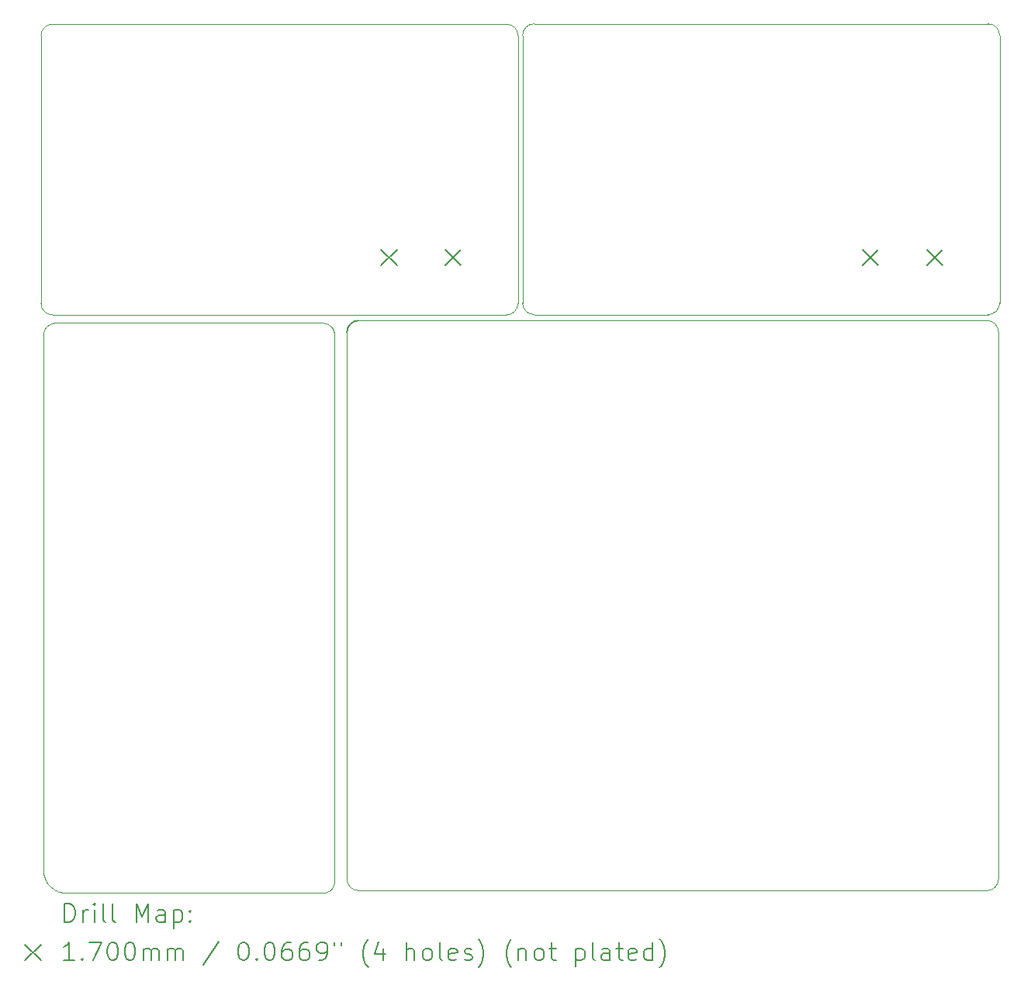
<source format=gbr>
%TF.GenerationSoftware,KiCad,Pcbnew,8.0.4*%
%TF.CreationDate,2025-05-03T00:51:25+05:30*%
%TF.ProjectId,TEST PNAL,54455354-2050-44e4-914c-2e6b69636164,rev?*%
%TF.SameCoordinates,Original*%
%TF.FileFunction,Drillmap*%
%TF.FilePolarity,Positive*%
%FSLAX45Y45*%
G04 Gerber Fmt 4.5, Leading zero omitted, Abs format (unit mm)*
G04 Created by KiCad (PCBNEW 8.0.4) date 2025-05-03 00:51:25*
%MOMM*%
%LPD*%
G01*
G04 APERTURE LIST*
%ADD10C,0.050000*%
%ADD11C,0.200000*%
%ADD12C,0.100000*%
%ADD13C,0.170000*%
G04 APERTURE END LIST*
D10*
X9271500Y-5587000D02*
G75*
G02*
X9398500Y-5460000I127000J0D01*
G01*
X14478500Y-8508000D02*
G75*
G02*
X14351500Y-8635000I-127000J0D01*
G01*
X14478500Y-8508000D02*
X14478500Y-5587000D01*
X9398500Y-8635000D02*
X14351500Y-8635000D01*
X9271500Y-5587000D02*
X9271500Y-8508000D01*
X9398500Y-5460000D02*
X14351500Y-5460000D01*
X9398500Y-8635000D02*
G75*
G02*
X9271500Y-8508000I0J127000D01*
G01*
X14351500Y-5460000D02*
G75*
G02*
X14478500Y-5587000I0J-127000D01*
G01*
X14466500Y-8827000D02*
X14466500Y-14796000D01*
X14339500Y-8700000D02*
G75*
G02*
X14466500Y-8827000I0J-127000D01*
G01*
X7354500Y-14796000D02*
X7354500Y-8827000D01*
X7481500Y-14923000D02*
G75*
G02*
X7354500Y-14796000I0J127000D01*
G01*
X14339500Y-14923000D02*
X7481500Y-14923000D01*
D11*
X7354500Y-8827000D02*
G75*
G02*
X7481500Y-8700000I127000J0D01*
G01*
D10*
X14466500Y-14796000D02*
G75*
G02*
X14339500Y-14923000I-127000J0D01*
G01*
X7481500Y-8700000D02*
X14339500Y-8700000D01*
X4015665Y-5590665D02*
G75*
G02*
X4142665Y-5463665I127000J0D01*
G01*
X4015665Y-5590665D02*
X4015665Y-8511665D01*
X4142665Y-8638665D02*
G75*
G02*
X4015665Y-8511665I0J127000D01*
G01*
X4142665Y-8638665D02*
X9095665Y-8638665D01*
X4142665Y-5463665D02*
X9095665Y-5463665D01*
X9095665Y-5463665D02*
G75*
G02*
X9222665Y-5590665I0J-127000D01*
G01*
X9222665Y-8511665D02*
X9222665Y-5590665D01*
X9222665Y-8511665D02*
G75*
G02*
X9095665Y-8638665I-127000J0D01*
G01*
D12*
X4057311Y-14783215D02*
X4053149Y-14771038D01*
X4161143Y-14910556D02*
X4150398Y-14903474D01*
X4049608Y-14758666D02*
X4046699Y-14746130D01*
X7208595Y-8808892D02*
X7210676Y-8814981D01*
X4051792Y-8802917D02*
X4054479Y-8797070D01*
X4106867Y-8741958D02*
X4112570Y-8738979D01*
X7115065Y-8728600D02*
X7121333Y-8730054D01*
X4087026Y-14840102D02*
X4079944Y-14829357D01*
X7095932Y-8726163D02*
X7102348Y-8726652D01*
X7127519Y-14943176D02*
X7121333Y-14944946D01*
X4090763Y-8752571D02*
X4095949Y-8748763D01*
X7156678Y-14929778D02*
X7151133Y-14933042D01*
X4073416Y-14818267D02*
X4067458Y-14806860D01*
X7206208Y-14872083D02*
X7203521Y-14877930D01*
X7212446Y-14853833D02*
X7210676Y-14860019D01*
X4130481Y-8731824D02*
X4136667Y-8730054D01*
X7215035Y-8833769D02*
X7215848Y-8840152D01*
X7133608Y-8733905D02*
X7139583Y-8736292D01*
X4044100Y-8827435D02*
X4045554Y-8821167D01*
X4053149Y-14771038D02*
X4049608Y-14758666D01*
X7216500Y-14822000D02*
X7216337Y-14828432D01*
X4072138Y-8770276D02*
X4076451Y-8765501D01*
X4124392Y-8733905D02*
X4130481Y-8731824D01*
X4081001Y-8760951D02*
X4085776Y-8756638D01*
X7212446Y-8821167D02*
X7213900Y-8827435D01*
X7210676Y-8814981D02*
X7212446Y-8821167D01*
X7121333Y-8730054D02*
X7127519Y-8731824D01*
X7206208Y-8802917D02*
X7208595Y-8808892D01*
X4130051Y-14887724D02*
X4120502Y-14879097D01*
X4244370Y-14943801D02*
X4231834Y-14940891D01*
X4282635Y-14948674D02*
X4269803Y-14947697D01*
X4068071Y-8775263D02*
X4072138Y-8770276D01*
X7185862Y-8770276D02*
X7189929Y-8775263D01*
X4207285Y-14933189D02*
X4195334Y-14928415D01*
X7089500Y-14949000D02*
X4295500Y-14949000D01*
X7200542Y-8791367D02*
X7203521Y-8797070D01*
X4112570Y-8738979D02*
X4118417Y-8736292D01*
X4067458Y-14806860D02*
X4062085Y-14795166D01*
X4231834Y-14940891D02*
X4219462Y-14937351D01*
X4079944Y-14829357D02*
X4073416Y-14818267D01*
X7139583Y-8736292D02*
X7145430Y-8738979D01*
X4102775Y-14860449D02*
X4094643Y-14850475D01*
X4111403Y-14869997D02*
X4102775Y-14860449D01*
X7108731Y-8727465D02*
X7115065Y-8728600D01*
X7089500Y-8726000D02*
X7095932Y-8726163D01*
X7181549Y-8765501D02*
X7185862Y-8770276D01*
X4149269Y-8727465D02*
X4155652Y-8726652D01*
X4101322Y-8745222D02*
X4106867Y-8741958D01*
X4042803Y-14720697D02*
X4041826Y-14707865D01*
X7145430Y-8738979D02*
X7151133Y-8741958D01*
X7197278Y-8785822D02*
X7200542Y-8791367D01*
X4219462Y-14937351D02*
X4207285Y-14933189D01*
X7115065Y-14946400D02*
X7108731Y-14947535D01*
X7145430Y-14936021D02*
X7139583Y-14938708D01*
X4269803Y-14947697D02*
X4257037Y-14946071D01*
X7151133Y-14933042D02*
X7145430Y-14936021D01*
X4257037Y-14946071D02*
X4244370Y-14943801D01*
X7215848Y-8840152D02*
X7216337Y-8846568D01*
X4041663Y-8846568D02*
X4042152Y-8840152D01*
X7193737Y-14894551D02*
X7189929Y-14899737D01*
X7213900Y-14847565D02*
X7212446Y-14853833D01*
X7176999Y-8760951D02*
X7181549Y-8765501D01*
X7172224Y-8756638D02*
X7176999Y-8760951D01*
X4172233Y-14917084D02*
X4161143Y-14910556D01*
X4142935Y-8728600D02*
X4149269Y-8727465D01*
X7102348Y-14948348D02*
X7095932Y-14948837D01*
X4041500Y-14695000D02*
X4041500Y-8853000D01*
X4168500Y-8726000D02*
X7089500Y-8726000D01*
X7102348Y-8726652D02*
X7108731Y-8727465D01*
X7176999Y-14914049D02*
X7172224Y-14918362D01*
X4150398Y-14903474D02*
X4140025Y-14895857D01*
X7189929Y-8775263D02*
X7193737Y-8780449D01*
X4057458Y-8791367D02*
X4060722Y-8785822D01*
X7133608Y-14941094D02*
X7127519Y-14943176D01*
X4118417Y-8736292D02*
X4124392Y-8733905D01*
X7215035Y-14841231D02*
X7213900Y-14847565D01*
X7210676Y-14860019D02*
X7208595Y-14866108D01*
X4041500Y-8853000D02*
X4041663Y-8846568D01*
X7208595Y-14866108D02*
X7206208Y-14872083D01*
X7139583Y-14938708D02*
X7133608Y-14941094D01*
X7172224Y-14918362D02*
X7167237Y-14922428D01*
X4295500Y-14949000D02*
X4282635Y-14948674D01*
X4183640Y-14923042D02*
X4172233Y-14917084D01*
X4085776Y-8756638D02*
X4090763Y-8752571D01*
X7215848Y-14834848D02*
X7215035Y-14841231D01*
X7213900Y-8827435D02*
X7215035Y-8833769D01*
X7193737Y-8780449D02*
X7197278Y-8785822D01*
X7203521Y-8797070D02*
X7206208Y-8802917D01*
X7162051Y-14926237D02*
X7156678Y-14929778D01*
X4041826Y-14707865D02*
X4041500Y-14695000D01*
X4044429Y-14733463D02*
X4042803Y-14720697D01*
X4094643Y-14850475D02*
X4087026Y-14840102D01*
X7216337Y-8846568D02*
X7216500Y-8853000D01*
X7216500Y-8853000D02*
X7216500Y-14822000D01*
X7167237Y-14922428D02*
X7162051Y-14926237D01*
X7197278Y-14889178D02*
X7193737Y-14894551D01*
X4076451Y-8765501D02*
X4081001Y-8760951D01*
X4155652Y-8726652D02*
X4162068Y-8726163D01*
X4045554Y-8821167D02*
X4047324Y-8814981D01*
X7203521Y-14877930D02*
X7200542Y-14883633D01*
X7185862Y-14904724D02*
X7181549Y-14909499D01*
X4095949Y-8748763D02*
X4101322Y-8745222D01*
X7108731Y-14947535D02*
X7102348Y-14948348D01*
X4042152Y-8840152D02*
X4042965Y-8833769D01*
X7216337Y-14828432D02*
X7215848Y-14834848D01*
X7200542Y-14883633D02*
X7197278Y-14889178D01*
X4046699Y-14746130D02*
X4044429Y-14733463D01*
X7189929Y-14899737D02*
X7185862Y-14904724D01*
X4140025Y-14895857D02*
X4130051Y-14887724D01*
X7121333Y-14944946D02*
X7115065Y-14946400D01*
X7167237Y-8752571D02*
X7172224Y-8756638D01*
X4195334Y-14928415D02*
X4183640Y-14923042D01*
X4064263Y-8780449D02*
X4068071Y-8775263D01*
X4042965Y-8833769D02*
X4044100Y-8827435D01*
X4162068Y-8726163D02*
X4168500Y-8726000D01*
X7151133Y-8741958D02*
X7156678Y-8745222D01*
X4062085Y-14795166D02*
X4057311Y-14783215D01*
X7127519Y-8731824D02*
X7133608Y-8733905D01*
X7095932Y-14948837D02*
X7089500Y-14949000D01*
X4054479Y-8797070D02*
X4057458Y-8791367D01*
X7181549Y-14909499D02*
X7176999Y-14914049D01*
X7156678Y-8745222D02*
X7162051Y-8748763D01*
X4136667Y-8730054D02*
X4142935Y-8728600D01*
X4047324Y-8814981D02*
X4049405Y-8808892D01*
X4060722Y-8785822D02*
X4064263Y-8780449D01*
X4120502Y-14879097D02*
X4111403Y-14869997D01*
X7162051Y-8748763D02*
X7167237Y-8752571D01*
X4049405Y-8808892D02*
X4051792Y-8802917D01*
D11*
D13*
X7729165Y-7929165D02*
X7899165Y-8099165D01*
X7899165Y-7929165D02*
X7729165Y-8099165D01*
X8429165Y-7929165D02*
X8599165Y-8099165D01*
X8599165Y-7929165D02*
X8429165Y-8099165D01*
X12985000Y-7925500D02*
X13155000Y-8095500D01*
X13155000Y-7925500D02*
X12985000Y-8095500D01*
X13685000Y-7925500D02*
X13855000Y-8095500D01*
X13855000Y-7925500D02*
X13685000Y-8095500D01*
D11*
X4273942Y-15265484D02*
X4273942Y-15065484D01*
X4273942Y-15065484D02*
X4321561Y-15065484D01*
X4321561Y-15065484D02*
X4350132Y-15075008D01*
X4350132Y-15075008D02*
X4369180Y-15094055D01*
X4369180Y-15094055D02*
X4378704Y-15113103D01*
X4378704Y-15113103D02*
X4388228Y-15151198D01*
X4388228Y-15151198D02*
X4388228Y-15179769D01*
X4388228Y-15179769D02*
X4378704Y-15217865D01*
X4378704Y-15217865D02*
X4369180Y-15236912D01*
X4369180Y-15236912D02*
X4350132Y-15255960D01*
X4350132Y-15255960D02*
X4321561Y-15265484D01*
X4321561Y-15265484D02*
X4273942Y-15265484D01*
X4473942Y-15265484D02*
X4473942Y-15132150D01*
X4473942Y-15170246D02*
X4483466Y-15151198D01*
X4483466Y-15151198D02*
X4492989Y-15141674D01*
X4492989Y-15141674D02*
X4512037Y-15132150D01*
X4512037Y-15132150D02*
X4531085Y-15132150D01*
X4597751Y-15265484D02*
X4597751Y-15132150D01*
X4597751Y-15065484D02*
X4588228Y-15075008D01*
X4588228Y-15075008D02*
X4597751Y-15084531D01*
X4597751Y-15084531D02*
X4607275Y-15075008D01*
X4607275Y-15075008D02*
X4597751Y-15065484D01*
X4597751Y-15065484D02*
X4597751Y-15084531D01*
X4721561Y-15265484D02*
X4702513Y-15255960D01*
X4702513Y-15255960D02*
X4692989Y-15236912D01*
X4692989Y-15236912D02*
X4692989Y-15065484D01*
X4826323Y-15265484D02*
X4807275Y-15255960D01*
X4807275Y-15255960D02*
X4797751Y-15236912D01*
X4797751Y-15236912D02*
X4797751Y-15065484D01*
X5054894Y-15265484D02*
X5054894Y-15065484D01*
X5054894Y-15065484D02*
X5121561Y-15208341D01*
X5121561Y-15208341D02*
X5188228Y-15065484D01*
X5188228Y-15065484D02*
X5188228Y-15265484D01*
X5369180Y-15265484D02*
X5369180Y-15160722D01*
X5369180Y-15160722D02*
X5359656Y-15141674D01*
X5359656Y-15141674D02*
X5340609Y-15132150D01*
X5340609Y-15132150D02*
X5302513Y-15132150D01*
X5302513Y-15132150D02*
X5283466Y-15141674D01*
X5369180Y-15255960D02*
X5350132Y-15265484D01*
X5350132Y-15265484D02*
X5302513Y-15265484D01*
X5302513Y-15265484D02*
X5283466Y-15255960D01*
X5283466Y-15255960D02*
X5273942Y-15236912D01*
X5273942Y-15236912D02*
X5273942Y-15217865D01*
X5273942Y-15217865D02*
X5283466Y-15198817D01*
X5283466Y-15198817D02*
X5302513Y-15189293D01*
X5302513Y-15189293D02*
X5350132Y-15189293D01*
X5350132Y-15189293D02*
X5369180Y-15179769D01*
X5464418Y-15132150D02*
X5464418Y-15332150D01*
X5464418Y-15141674D02*
X5483466Y-15132150D01*
X5483466Y-15132150D02*
X5521561Y-15132150D01*
X5521561Y-15132150D02*
X5540609Y-15141674D01*
X5540609Y-15141674D02*
X5550132Y-15151198D01*
X5550132Y-15151198D02*
X5559656Y-15170246D01*
X5559656Y-15170246D02*
X5559656Y-15227388D01*
X5559656Y-15227388D02*
X5550132Y-15246436D01*
X5550132Y-15246436D02*
X5540609Y-15255960D01*
X5540609Y-15255960D02*
X5521561Y-15265484D01*
X5521561Y-15265484D02*
X5483466Y-15265484D01*
X5483466Y-15265484D02*
X5464418Y-15255960D01*
X5645370Y-15246436D02*
X5654894Y-15255960D01*
X5654894Y-15255960D02*
X5645370Y-15265484D01*
X5645370Y-15265484D02*
X5635847Y-15255960D01*
X5635847Y-15255960D02*
X5645370Y-15246436D01*
X5645370Y-15246436D02*
X5645370Y-15265484D01*
X5645370Y-15141674D02*
X5654894Y-15151198D01*
X5654894Y-15151198D02*
X5645370Y-15160722D01*
X5645370Y-15160722D02*
X5635847Y-15151198D01*
X5635847Y-15151198D02*
X5645370Y-15141674D01*
X5645370Y-15141674D02*
X5645370Y-15160722D01*
D13*
X3843165Y-15509000D02*
X4013165Y-15679000D01*
X4013165Y-15509000D02*
X3843165Y-15679000D01*
D11*
X4378704Y-15685484D02*
X4264418Y-15685484D01*
X4321561Y-15685484D02*
X4321561Y-15485484D01*
X4321561Y-15485484D02*
X4302513Y-15514055D01*
X4302513Y-15514055D02*
X4283466Y-15533103D01*
X4283466Y-15533103D02*
X4264418Y-15542627D01*
X4464418Y-15666436D02*
X4473942Y-15675960D01*
X4473942Y-15675960D02*
X4464418Y-15685484D01*
X4464418Y-15685484D02*
X4454894Y-15675960D01*
X4454894Y-15675960D02*
X4464418Y-15666436D01*
X4464418Y-15666436D02*
X4464418Y-15685484D01*
X4540609Y-15485484D02*
X4673942Y-15485484D01*
X4673942Y-15485484D02*
X4588228Y-15685484D01*
X4788228Y-15485484D02*
X4807275Y-15485484D01*
X4807275Y-15485484D02*
X4826323Y-15495008D01*
X4826323Y-15495008D02*
X4835847Y-15504531D01*
X4835847Y-15504531D02*
X4845370Y-15523579D01*
X4845370Y-15523579D02*
X4854894Y-15561674D01*
X4854894Y-15561674D02*
X4854894Y-15609293D01*
X4854894Y-15609293D02*
X4845370Y-15647388D01*
X4845370Y-15647388D02*
X4835847Y-15666436D01*
X4835847Y-15666436D02*
X4826323Y-15675960D01*
X4826323Y-15675960D02*
X4807275Y-15685484D01*
X4807275Y-15685484D02*
X4788228Y-15685484D01*
X4788228Y-15685484D02*
X4769180Y-15675960D01*
X4769180Y-15675960D02*
X4759656Y-15666436D01*
X4759656Y-15666436D02*
X4750132Y-15647388D01*
X4750132Y-15647388D02*
X4740609Y-15609293D01*
X4740609Y-15609293D02*
X4740609Y-15561674D01*
X4740609Y-15561674D02*
X4750132Y-15523579D01*
X4750132Y-15523579D02*
X4759656Y-15504531D01*
X4759656Y-15504531D02*
X4769180Y-15495008D01*
X4769180Y-15495008D02*
X4788228Y-15485484D01*
X4978704Y-15485484D02*
X4997751Y-15485484D01*
X4997751Y-15485484D02*
X5016799Y-15495008D01*
X5016799Y-15495008D02*
X5026323Y-15504531D01*
X5026323Y-15504531D02*
X5035847Y-15523579D01*
X5035847Y-15523579D02*
X5045370Y-15561674D01*
X5045370Y-15561674D02*
X5045370Y-15609293D01*
X5045370Y-15609293D02*
X5035847Y-15647388D01*
X5035847Y-15647388D02*
X5026323Y-15666436D01*
X5026323Y-15666436D02*
X5016799Y-15675960D01*
X5016799Y-15675960D02*
X4997751Y-15685484D01*
X4997751Y-15685484D02*
X4978704Y-15685484D01*
X4978704Y-15685484D02*
X4959656Y-15675960D01*
X4959656Y-15675960D02*
X4950132Y-15666436D01*
X4950132Y-15666436D02*
X4940609Y-15647388D01*
X4940609Y-15647388D02*
X4931085Y-15609293D01*
X4931085Y-15609293D02*
X4931085Y-15561674D01*
X4931085Y-15561674D02*
X4940609Y-15523579D01*
X4940609Y-15523579D02*
X4950132Y-15504531D01*
X4950132Y-15504531D02*
X4959656Y-15495008D01*
X4959656Y-15495008D02*
X4978704Y-15485484D01*
X5131085Y-15685484D02*
X5131085Y-15552150D01*
X5131085Y-15571198D02*
X5140609Y-15561674D01*
X5140609Y-15561674D02*
X5159656Y-15552150D01*
X5159656Y-15552150D02*
X5188228Y-15552150D01*
X5188228Y-15552150D02*
X5207275Y-15561674D01*
X5207275Y-15561674D02*
X5216799Y-15580722D01*
X5216799Y-15580722D02*
X5216799Y-15685484D01*
X5216799Y-15580722D02*
X5226323Y-15561674D01*
X5226323Y-15561674D02*
X5245370Y-15552150D01*
X5245370Y-15552150D02*
X5273942Y-15552150D01*
X5273942Y-15552150D02*
X5292990Y-15561674D01*
X5292990Y-15561674D02*
X5302513Y-15580722D01*
X5302513Y-15580722D02*
X5302513Y-15685484D01*
X5397751Y-15685484D02*
X5397751Y-15552150D01*
X5397751Y-15571198D02*
X5407275Y-15561674D01*
X5407275Y-15561674D02*
X5426323Y-15552150D01*
X5426323Y-15552150D02*
X5454894Y-15552150D01*
X5454894Y-15552150D02*
X5473942Y-15561674D01*
X5473942Y-15561674D02*
X5483466Y-15580722D01*
X5483466Y-15580722D02*
X5483466Y-15685484D01*
X5483466Y-15580722D02*
X5492990Y-15561674D01*
X5492990Y-15561674D02*
X5512037Y-15552150D01*
X5512037Y-15552150D02*
X5540609Y-15552150D01*
X5540609Y-15552150D02*
X5559656Y-15561674D01*
X5559656Y-15561674D02*
X5569180Y-15580722D01*
X5569180Y-15580722D02*
X5569180Y-15685484D01*
X5959656Y-15475960D02*
X5788228Y-15733103D01*
X6216799Y-15485484D02*
X6235847Y-15485484D01*
X6235847Y-15485484D02*
X6254894Y-15495008D01*
X6254894Y-15495008D02*
X6264418Y-15504531D01*
X6264418Y-15504531D02*
X6273942Y-15523579D01*
X6273942Y-15523579D02*
X6283466Y-15561674D01*
X6283466Y-15561674D02*
X6283466Y-15609293D01*
X6283466Y-15609293D02*
X6273942Y-15647388D01*
X6273942Y-15647388D02*
X6264418Y-15666436D01*
X6264418Y-15666436D02*
X6254894Y-15675960D01*
X6254894Y-15675960D02*
X6235847Y-15685484D01*
X6235847Y-15685484D02*
X6216799Y-15685484D01*
X6216799Y-15685484D02*
X6197751Y-15675960D01*
X6197751Y-15675960D02*
X6188228Y-15666436D01*
X6188228Y-15666436D02*
X6178704Y-15647388D01*
X6178704Y-15647388D02*
X6169180Y-15609293D01*
X6169180Y-15609293D02*
X6169180Y-15561674D01*
X6169180Y-15561674D02*
X6178704Y-15523579D01*
X6178704Y-15523579D02*
X6188228Y-15504531D01*
X6188228Y-15504531D02*
X6197751Y-15495008D01*
X6197751Y-15495008D02*
X6216799Y-15485484D01*
X6369180Y-15666436D02*
X6378704Y-15675960D01*
X6378704Y-15675960D02*
X6369180Y-15685484D01*
X6369180Y-15685484D02*
X6359656Y-15675960D01*
X6359656Y-15675960D02*
X6369180Y-15666436D01*
X6369180Y-15666436D02*
X6369180Y-15685484D01*
X6502513Y-15485484D02*
X6521561Y-15485484D01*
X6521561Y-15485484D02*
X6540609Y-15495008D01*
X6540609Y-15495008D02*
X6550132Y-15504531D01*
X6550132Y-15504531D02*
X6559656Y-15523579D01*
X6559656Y-15523579D02*
X6569180Y-15561674D01*
X6569180Y-15561674D02*
X6569180Y-15609293D01*
X6569180Y-15609293D02*
X6559656Y-15647388D01*
X6559656Y-15647388D02*
X6550132Y-15666436D01*
X6550132Y-15666436D02*
X6540609Y-15675960D01*
X6540609Y-15675960D02*
X6521561Y-15685484D01*
X6521561Y-15685484D02*
X6502513Y-15685484D01*
X6502513Y-15685484D02*
X6483466Y-15675960D01*
X6483466Y-15675960D02*
X6473942Y-15666436D01*
X6473942Y-15666436D02*
X6464418Y-15647388D01*
X6464418Y-15647388D02*
X6454894Y-15609293D01*
X6454894Y-15609293D02*
X6454894Y-15561674D01*
X6454894Y-15561674D02*
X6464418Y-15523579D01*
X6464418Y-15523579D02*
X6473942Y-15504531D01*
X6473942Y-15504531D02*
X6483466Y-15495008D01*
X6483466Y-15495008D02*
X6502513Y-15485484D01*
X6740609Y-15485484D02*
X6702513Y-15485484D01*
X6702513Y-15485484D02*
X6683466Y-15495008D01*
X6683466Y-15495008D02*
X6673942Y-15504531D01*
X6673942Y-15504531D02*
X6654894Y-15533103D01*
X6654894Y-15533103D02*
X6645371Y-15571198D01*
X6645371Y-15571198D02*
X6645371Y-15647388D01*
X6645371Y-15647388D02*
X6654894Y-15666436D01*
X6654894Y-15666436D02*
X6664418Y-15675960D01*
X6664418Y-15675960D02*
X6683466Y-15685484D01*
X6683466Y-15685484D02*
X6721561Y-15685484D01*
X6721561Y-15685484D02*
X6740609Y-15675960D01*
X6740609Y-15675960D02*
X6750132Y-15666436D01*
X6750132Y-15666436D02*
X6759656Y-15647388D01*
X6759656Y-15647388D02*
X6759656Y-15599769D01*
X6759656Y-15599769D02*
X6750132Y-15580722D01*
X6750132Y-15580722D02*
X6740609Y-15571198D01*
X6740609Y-15571198D02*
X6721561Y-15561674D01*
X6721561Y-15561674D02*
X6683466Y-15561674D01*
X6683466Y-15561674D02*
X6664418Y-15571198D01*
X6664418Y-15571198D02*
X6654894Y-15580722D01*
X6654894Y-15580722D02*
X6645371Y-15599769D01*
X6931085Y-15485484D02*
X6892990Y-15485484D01*
X6892990Y-15485484D02*
X6873942Y-15495008D01*
X6873942Y-15495008D02*
X6864418Y-15504531D01*
X6864418Y-15504531D02*
X6845371Y-15533103D01*
X6845371Y-15533103D02*
X6835847Y-15571198D01*
X6835847Y-15571198D02*
X6835847Y-15647388D01*
X6835847Y-15647388D02*
X6845371Y-15666436D01*
X6845371Y-15666436D02*
X6854894Y-15675960D01*
X6854894Y-15675960D02*
X6873942Y-15685484D01*
X6873942Y-15685484D02*
X6912037Y-15685484D01*
X6912037Y-15685484D02*
X6931085Y-15675960D01*
X6931085Y-15675960D02*
X6940609Y-15666436D01*
X6940609Y-15666436D02*
X6950132Y-15647388D01*
X6950132Y-15647388D02*
X6950132Y-15599769D01*
X6950132Y-15599769D02*
X6940609Y-15580722D01*
X6940609Y-15580722D02*
X6931085Y-15571198D01*
X6931085Y-15571198D02*
X6912037Y-15561674D01*
X6912037Y-15561674D02*
X6873942Y-15561674D01*
X6873942Y-15561674D02*
X6854894Y-15571198D01*
X6854894Y-15571198D02*
X6845371Y-15580722D01*
X6845371Y-15580722D02*
X6835847Y-15599769D01*
X7045371Y-15685484D02*
X7083466Y-15685484D01*
X7083466Y-15685484D02*
X7102513Y-15675960D01*
X7102513Y-15675960D02*
X7112037Y-15666436D01*
X7112037Y-15666436D02*
X7131085Y-15637865D01*
X7131085Y-15637865D02*
X7140609Y-15599769D01*
X7140609Y-15599769D02*
X7140609Y-15523579D01*
X7140609Y-15523579D02*
X7131085Y-15504531D01*
X7131085Y-15504531D02*
X7121561Y-15495008D01*
X7121561Y-15495008D02*
X7102513Y-15485484D01*
X7102513Y-15485484D02*
X7064418Y-15485484D01*
X7064418Y-15485484D02*
X7045371Y-15495008D01*
X7045371Y-15495008D02*
X7035847Y-15504531D01*
X7035847Y-15504531D02*
X7026323Y-15523579D01*
X7026323Y-15523579D02*
X7026323Y-15571198D01*
X7026323Y-15571198D02*
X7035847Y-15590246D01*
X7035847Y-15590246D02*
X7045371Y-15599769D01*
X7045371Y-15599769D02*
X7064418Y-15609293D01*
X7064418Y-15609293D02*
X7102513Y-15609293D01*
X7102513Y-15609293D02*
X7121561Y-15599769D01*
X7121561Y-15599769D02*
X7131085Y-15590246D01*
X7131085Y-15590246D02*
X7140609Y-15571198D01*
X7216799Y-15485484D02*
X7216799Y-15523579D01*
X7292990Y-15485484D02*
X7292990Y-15523579D01*
X7588228Y-15761674D02*
X7578704Y-15752150D01*
X7578704Y-15752150D02*
X7559656Y-15723579D01*
X7559656Y-15723579D02*
X7550133Y-15704531D01*
X7550133Y-15704531D02*
X7540609Y-15675960D01*
X7540609Y-15675960D02*
X7531085Y-15628341D01*
X7531085Y-15628341D02*
X7531085Y-15590246D01*
X7531085Y-15590246D02*
X7540609Y-15542627D01*
X7540609Y-15542627D02*
X7550133Y-15514055D01*
X7550133Y-15514055D02*
X7559656Y-15495008D01*
X7559656Y-15495008D02*
X7578704Y-15466436D01*
X7578704Y-15466436D02*
X7588228Y-15456912D01*
X7750133Y-15552150D02*
X7750133Y-15685484D01*
X7702513Y-15475960D02*
X7654894Y-15618817D01*
X7654894Y-15618817D02*
X7778704Y-15618817D01*
X8007275Y-15685484D02*
X8007275Y-15485484D01*
X8092990Y-15685484D02*
X8092990Y-15580722D01*
X8092990Y-15580722D02*
X8083466Y-15561674D01*
X8083466Y-15561674D02*
X8064418Y-15552150D01*
X8064418Y-15552150D02*
X8035847Y-15552150D01*
X8035847Y-15552150D02*
X8016799Y-15561674D01*
X8016799Y-15561674D02*
X8007275Y-15571198D01*
X8216799Y-15685484D02*
X8197752Y-15675960D01*
X8197752Y-15675960D02*
X8188228Y-15666436D01*
X8188228Y-15666436D02*
X8178704Y-15647388D01*
X8178704Y-15647388D02*
X8178704Y-15590246D01*
X8178704Y-15590246D02*
X8188228Y-15571198D01*
X8188228Y-15571198D02*
X8197752Y-15561674D01*
X8197752Y-15561674D02*
X8216799Y-15552150D01*
X8216799Y-15552150D02*
X8245371Y-15552150D01*
X8245371Y-15552150D02*
X8264418Y-15561674D01*
X8264418Y-15561674D02*
X8273942Y-15571198D01*
X8273942Y-15571198D02*
X8283466Y-15590246D01*
X8283466Y-15590246D02*
X8283466Y-15647388D01*
X8283466Y-15647388D02*
X8273942Y-15666436D01*
X8273942Y-15666436D02*
X8264418Y-15675960D01*
X8264418Y-15675960D02*
X8245371Y-15685484D01*
X8245371Y-15685484D02*
X8216799Y-15685484D01*
X8397752Y-15685484D02*
X8378704Y-15675960D01*
X8378704Y-15675960D02*
X8369180Y-15656912D01*
X8369180Y-15656912D02*
X8369180Y-15485484D01*
X8550133Y-15675960D02*
X8531085Y-15685484D01*
X8531085Y-15685484D02*
X8492990Y-15685484D01*
X8492990Y-15685484D02*
X8473942Y-15675960D01*
X8473942Y-15675960D02*
X8464418Y-15656912D01*
X8464418Y-15656912D02*
X8464418Y-15580722D01*
X8464418Y-15580722D02*
X8473942Y-15561674D01*
X8473942Y-15561674D02*
X8492990Y-15552150D01*
X8492990Y-15552150D02*
X8531085Y-15552150D01*
X8531085Y-15552150D02*
X8550133Y-15561674D01*
X8550133Y-15561674D02*
X8559657Y-15580722D01*
X8559657Y-15580722D02*
X8559657Y-15599769D01*
X8559657Y-15599769D02*
X8464418Y-15618817D01*
X8635847Y-15675960D02*
X8654895Y-15685484D01*
X8654895Y-15685484D02*
X8692990Y-15685484D01*
X8692990Y-15685484D02*
X8712038Y-15675960D01*
X8712038Y-15675960D02*
X8721561Y-15656912D01*
X8721561Y-15656912D02*
X8721561Y-15647388D01*
X8721561Y-15647388D02*
X8712038Y-15628341D01*
X8712038Y-15628341D02*
X8692990Y-15618817D01*
X8692990Y-15618817D02*
X8664418Y-15618817D01*
X8664418Y-15618817D02*
X8645371Y-15609293D01*
X8645371Y-15609293D02*
X8635847Y-15590246D01*
X8635847Y-15590246D02*
X8635847Y-15580722D01*
X8635847Y-15580722D02*
X8645371Y-15561674D01*
X8645371Y-15561674D02*
X8664418Y-15552150D01*
X8664418Y-15552150D02*
X8692990Y-15552150D01*
X8692990Y-15552150D02*
X8712038Y-15561674D01*
X8788228Y-15761674D02*
X8797752Y-15752150D01*
X8797752Y-15752150D02*
X8816799Y-15723579D01*
X8816799Y-15723579D02*
X8826323Y-15704531D01*
X8826323Y-15704531D02*
X8835847Y-15675960D01*
X8835847Y-15675960D02*
X8845371Y-15628341D01*
X8845371Y-15628341D02*
X8845371Y-15590246D01*
X8845371Y-15590246D02*
X8835847Y-15542627D01*
X8835847Y-15542627D02*
X8826323Y-15514055D01*
X8826323Y-15514055D02*
X8816799Y-15495008D01*
X8816799Y-15495008D02*
X8797752Y-15466436D01*
X8797752Y-15466436D02*
X8788228Y-15456912D01*
X9150133Y-15761674D02*
X9140609Y-15752150D01*
X9140609Y-15752150D02*
X9121561Y-15723579D01*
X9121561Y-15723579D02*
X9112038Y-15704531D01*
X9112038Y-15704531D02*
X9102514Y-15675960D01*
X9102514Y-15675960D02*
X9092990Y-15628341D01*
X9092990Y-15628341D02*
X9092990Y-15590246D01*
X9092990Y-15590246D02*
X9102514Y-15542627D01*
X9102514Y-15542627D02*
X9112038Y-15514055D01*
X9112038Y-15514055D02*
X9121561Y-15495008D01*
X9121561Y-15495008D02*
X9140609Y-15466436D01*
X9140609Y-15466436D02*
X9150133Y-15456912D01*
X9226323Y-15552150D02*
X9226323Y-15685484D01*
X9226323Y-15571198D02*
X9235847Y-15561674D01*
X9235847Y-15561674D02*
X9254895Y-15552150D01*
X9254895Y-15552150D02*
X9283466Y-15552150D01*
X9283466Y-15552150D02*
X9302514Y-15561674D01*
X9302514Y-15561674D02*
X9312038Y-15580722D01*
X9312038Y-15580722D02*
X9312038Y-15685484D01*
X9435847Y-15685484D02*
X9416799Y-15675960D01*
X9416799Y-15675960D02*
X9407276Y-15666436D01*
X9407276Y-15666436D02*
X9397752Y-15647388D01*
X9397752Y-15647388D02*
X9397752Y-15590246D01*
X9397752Y-15590246D02*
X9407276Y-15571198D01*
X9407276Y-15571198D02*
X9416799Y-15561674D01*
X9416799Y-15561674D02*
X9435847Y-15552150D01*
X9435847Y-15552150D02*
X9464419Y-15552150D01*
X9464419Y-15552150D02*
X9483466Y-15561674D01*
X9483466Y-15561674D02*
X9492990Y-15571198D01*
X9492990Y-15571198D02*
X9502514Y-15590246D01*
X9502514Y-15590246D02*
X9502514Y-15647388D01*
X9502514Y-15647388D02*
X9492990Y-15666436D01*
X9492990Y-15666436D02*
X9483466Y-15675960D01*
X9483466Y-15675960D02*
X9464419Y-15685484D01*
X9464419Y-15685484D02*
X9435847Y-15685484D01*
X9559657Y-15552150D02*
X9635847Y-15552150D01*
X9588228Y-15485484D02*
X9588228Y-15656912D01*
X9588228Y-15656912D02*
X9597752Y-15675960D01*
X9597752Y-15675960D02*
X9616799Y-15685484D01*
X9616799Y-15685484D02*
X9635847Y-15685484D01*
X9854895Y-15552150D02*
X9854895Y-15752150D01*
X9854895Y-15561674D02*
X9873942Y-15552150D01*
X9873942Y-15552150D02*
X9912038Y-15552150D01*
X9912038Y-15552150D02*
X9931085Y-15561674D01*
X9931085Y-15561674D02*
X9940609Y-15571198D01*
X9940609Y-15571198D02*
X9950133Y-15590246D01*
X9950133Y-15590246D02*
X9950133Y-15647388D01*
X9950133Y-15647388D02*
X9940609Y-15666436D01*
X9940609Y-15666436D02*
X9931085Y-15675960D01*
X9931085Y-15675960D02*
X9912038Y-15685484D01*
X9912038Y-15685484D02*
X9873942Y-15685484D01*
X9873942Y-15685484D02*
X9854895Y-15675960D01*
X10064419Y-15685484D02*
X10045371Y-15675960D01*
X10045371Y-15675960D02*
X10035847Y-15656912D01*
X10035847Y-15656912D02*
X10035847Y-15485484D01*
X10226323Y-15685484D02*
X10226323Y-15580722D01*
X10226323Y-15580722D02*
X10216800Y-15561674D01*
X10216800Y-15561674D02*
X10197752Y-15552150D01*
X10197752Y-15552150D02*
X10159657Y-15552150D01*
X10159657Y-15552150D02*
X10140609Y-15561674D01*
X10226323Y-15675960D02*
X10207276Y-15685484D01*
X10207276Y-15685484D02*
X10159657Y-15685484D01*
X10159657Y-15685484D02*
X10140609Y-15675960D01*
X10140609Y-15675960D02*
X10131085Y-15656912D01*
X10131085Y-15656912D02*
X10131085Y-15637865D01*
X10131085Y-15637865D02*
X10140609Y-15618817D01*
X10140609Y-15618817D02*
X10159657Y-15609293D01*
X10159657Y-15609293D02*
X10207276Y-15609293D01*
X10207276Y-15609293D02*
X10226323Y-15599769D01*
X10292990Y-15552150D02*
X10369180Y-15552150D01*
X10321561Y-15485484D02*
X10321561Y-15656912D01*
X10321561Y-15656912D02*
X10331085Y-15675960D01*
X10331085Y-15675960D02*
X10350133Y-15685484D01*
X10350133Y-15685484D02*
X10369180Y-15685484D01*
X10512038Y-15675960D02*
X10492990Y-15685484D01*
X10492990Y-15685484D02*
X10454895Y-15685484D01*
X10454895Y-15685484D02*
X10435847Y-15675960D01*
X10435847Y-15675960D02*
X10426323Y-15656912D01*
X10426323Y-15656912D02*
X10426323Y-15580722D01*
X10426323Y-15580722D02*
X10435847Y-15561674D01*
X10435847Y-15561674D02*
X10454895Y-15552150D01*
X10454895Y-15552150D02*
X10492990Y-15552150D01*
X10492990Y-15552150D02*
X10512038Y-15561674D01*
X10512038Y-15561674D02*
X10521561Y-15580722D01*
X10521561Y-15580722D02*
X10521561Y-15599769D01*
X10521561Y-15599769D02*
X10426323Y-15618817D01*
X10692990Y-15685484D02*
X10692990Y-15485484D01*
X10692990Y-15675960D02*
X10673942Y-15685484D01*
X10673942Y-15685484D02*
X10635847Y-15685484D01*
X10635847Y-15685484D02*
X10616800Y-15675960D01*
X10616800Y-15675960D02*
X10607276Y-15666436D01*
X10607276Y-15666436D02*
X10597752Y-15647388D01*
X10597752Y-15647388D02*
X10597752Y-15590246D01*
X10597752Y-15590246D02*
X10607276Y-15571198D01*
X10607276Y-15571198D02*
X10616800Y-15561674D01*
X10616800Y-15561674D02*
X10635847Y-15552150D01*
X10635847Y-15552150D02*
X10673942Y-15552150D01*
X10673942Y-15552150D02*
X10692990Y-15561674D01*
X10769181Y-15761674D02*
X10778704Y-15752150D01*
X10778704Y-15752150D02*
X10797752Y-15723579D01*
X10797752Y-15723579D02*
X10807276Y-15704531D01*
X10807276Y-15704531D02*
X10816800Y-15675960D01*
X10816800Y-15675960D02*
X10826323Y-15628341D01*
X10826323Y-15628341D02*
X10826323Y-15590246D01*
X10826323Y-15590246D02*
X10816800Y-15542627D01*
X10816800Y-15542627D02*
X10807276Y-15514055D01*
X10807276Y-15514055D02*
X10797752Y-15495008D01*
X10797752Y-15495008D02*
X10778704Y-15466436D01*
X10778704Y-15466436D02*
X10769181Y-15456912D01*
M02*

</source>
